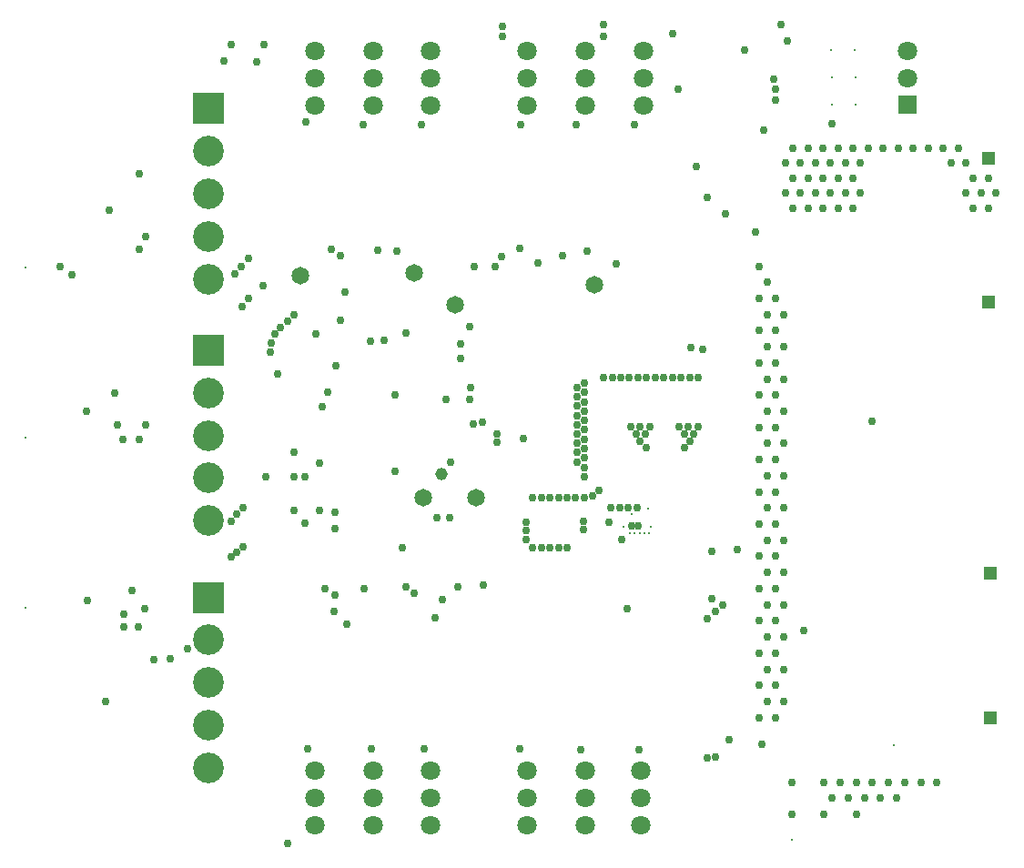
<source format=gbs>
G04*
G04 #@! TF.GenerationSoftware,Altium Limited,Altium Designer,24.1.2 (44)*
G04*
G04 Layer_Color=16711935*
%FSLAX25Y25*%
%MOIN*%
G70*
G04*
G04 #@! TF.SameCoordinates,2D7E79AC-0914-4B2E-807A-CDA8686B17FA*
G04*
G04*
G04 #@! TF.FilePolarity,Negative*
G04*
G01*
G75*
%ADD60C,0.07087*%
%ADD61C,0.11221*%
%ADD62R,0.11221X0.11221*%
%ADD63R,0.04528X0.04528*%
%ADD64R,0.07087X0.07087*%
%ADD66C,0.02953*%
%ADD67C,0.06496*%
%ADD68C,0.04528*%
G04:AMPARAMS|DCode=113|XSize=5.91mil|YSize=5.91mil|CornerRadius=0mil|HoleSize=0mil|Usage=FLASHONLY|Rotation=112.000|XOffset=0mil|YOffset=0mil|HoleType=Round|Shape=RoundedRectangle|*
%AMROUNDEDRECTD113*
21,1,0.00591,0.00591,0,0,112.0*
21,1,0.00591,0.00591,0,0,112.0*
1,1,0.00000,0.00163,0.00384*
1,1,0.00000,0.00384,-0.00163*
1,1,0.00000,-0.00163,-0.00384*
1,1,0.00000,-0.00384,0.00163*
%
%ADD113ROUNDEDRECTD113*%
G04:AMPARAMS|DCode=114|XSize=5.91mil|YSize=5.91mil|CornerRadius=0mil|HoleSize=0mil|Usage=FLASHONLY|Rotation=135.000|XOffset=0mil|YOffset=0mil|HoleType=Round|Shape=RoundedRectangle|*
%AMROUNDEDRECTD114*
21,1,0.00591,0.00591,0,0,135.0*
21,1,0.00591,0.00591,0,0,135.0*
1,1,0.00000,0.00000,0.00418*
1,1,0.00000,0.00418,0.00000*
1,1,0.00000,0.00000,-0.00418*
1,1,0.00000,-0.00418,0.00000*
%
%ADD114ROUNDEDRECTD114*%
G04:AMPARAMS|DCode=115|XSize=5.91mil|YSize=5.91mil|CornerRadius=0mil|HoleSize=0mil|Usage=FLASHONLY|Rotation=225.000|XOffset=0mil|YOffset=0mil|HoleType=Round|Shape=RoundedRectangle|*
%AMROUNDEDRECTD115*
21,1,0.00591,0.00591,0,0,225.0*
21,1,0.00591,0.00591,0,0,225.0*
1,1,0.00000,-0.00418,0.00000*
1,1,0.00000,0.00000,0.00418*
1,1,0.00000,0.00418,0.00000*
1,1,0.00000,0.00000,-0.00418*
%
%ADD115ROUNDEDRECTD115*%
G04:AMPARAMS|DCode=116|XSize=5.91mil|YSize=5.91mil|CornerRadius=0mil|HoleSize=0mil|Usage=FLASHONLY|Rotation=0.000|XOffset=0mil|YOffset=0mil|HoleType=Round|Shape=RoundedRectangle|*
%AMROUNDEDRECTD116*
21,1,0.00591,0.00591,0,0,0.0*
21,1,0.00591,0.00591,0,0,0.0*
1,1,0.00000,0.00295,-0.00295*
1,1,0.00000,-0.00295,-0.00295*
1,1,0.00000,-0.00295,0.00295*
1,1,0.00000,0.00295,0.00295*
%
%ADD116ROUNDEDRECTD116*%
G04:AMPARAMS|DCode=117|XSize=4.72mil|YSize=4.72mil|CornerRadius=0mil|HoleSize=0mil|Usage=FLASHONLY|Rotation=270.000|XOffset=0mil|YOffset=0mil|HoleType=Round|Shape=Octagon|*
%AMOCTAGOND117*
4,1,8,-0.00118,-0.00236,0.00118,-0.00236,0.00236,-0.00118,0.00236,0.00118,0.00118,0.00236,-0.00118,0.00236,-0.00236,0.00118,-0.00236,-0.00118,-0.00118,-0.00236,0.0*
%
%ADD117OCTAGOND117*%

G04:AMPARAMS|DCode=118|XSize=4.72mil|YSize=4.72mil|CornerRadius=0mil|HoleSize=0mil|Usage=FLASHONLY|Rotation=0.000|XOffset=0mil|YOffset=0mil|HoleType=Round|Shape=Octagon|*
%AMOCTAGOND118*
4,1,8,0.00236,-0.00118,0.00236,0.00118,0.00118,0.00236,-0.00118,0.00236,-0.00236,0.00118,-0.00236,-0.00118,-0.00118,-0.00236,0.00118,-0.00236,0.00236,-0.00118,0.0*
%
%ADD118OCTAGOND118*%

%ADD119C,0.00472*%
%ADD120R,0.00591X0.00591*%
D60*
X-67324Y-74910D02*
D03*
Y-64909D02*
D03*
Y-54909D02*
D03*
X-46102Y-338713D02*
D03*
Y-328713D02*
D03*
Y-318713D02*
D03*
X-145120Y-54909D02*
D03*
Y-64909D02*
D03*
Y-74910D02*
D03*
X-67324Y-338713D02*
D03*
Y-328713D02*
D03*
Y-318713D02*
D03*
X-102679D02*
D03*
Y-328713D02*
D03*
Y-338713D02*
D03*
X-123899D02*
D03*
Y-328713D02*
D03*
Y-318713D02*
D03*
X-145120Y-338713D02*
D03*
Y-328713D02*
D03*
Y-318713D02*
D03*
X-123899Y-74910D02*
D03*
Y-64909D02*
D03*
Y-54909D02*
D03*
X-102679Y-74910D02*
D03*
Y-64909D02*
D03*
Y-54909D02*
D03*
X-24884D02*
D03*
Y-64909D02*
D03*
Y-74910D02*
D03*
X-25811Y-338713D02*
D03*
Y-328713D02*
D03*
Y-318713D02*
D03*
X-46104Y-54909D02*
D03*
Y-64909D02*
D03*
Y-74910D02*
D03*
X72047Y-55098D02*
D03*
Y-64940D02*
D03*
D61*
X-184055Y-138504D02*
D03*
Y-122913D02*
D03*
Y-107323D02*
D03*
Y-91732D02*
D03*
Y-317559D02*
D03*
Y-301969D02*
D03*
Y-286378D02*
D03*
Y-270787D02*
D03*
Y-180256D02*
D03*
Y-195846D02*
D03*
Y-211437D02*
D03*
Y-227028D02*
D03*
D62*
Y-76142D02*
D03*
Y-255197D02*
D03*
Y-164665D02*
D03*
D63*
X102165Y-246457D02*
D03*
Y-299213D02*
D03*
X101496Y-94213D02*
D03*
Y-146968D02*
D03*
D64*
X72047Y-74783D02*
D03*
D66*
X12205Y-54724D02*
D03*
X25591Y-45276D02*
D03*
X27953Y-51181D02*
D03*
X-1350Y-263161D02*
D03*
X1575Y-260236D02*
D03*
X4331Y-257874D02*
D03*
X394Y-255512D02*
D03*
X18464Y-308842D02*
D03*
X59055Y-190551D02*
D03*
X33858Y-267323D02*
D03*
X6693Y-307480D02*
D03*
X9449Y-237795D02*
D03*
X-238583Y-133858D02*
D03*
X-234252Y-137008D02*
D03*
X-221654Y-293307D02*
D03*
X-198031Y-277559D02*
D03*
X-191732Y-274016D02*
D03*
X-155118Y-345276D02*
D03*
X-9843Y-200394D02*
D03*
X-23622D02*
D03*
X-7874Y-198031D02*
D03*
X-25984D02*
D03*
X-76378Y-46063D02*
D03*
X-30709Y-259449D02*
D03*
X-1518Y-313835D02*
D03*
X1575Y-313779D02*
D03*
X82677Y-322835D02*
D03*
X76771D02*
D03*
X70866D02*
D03*
X64960D02*
D03*
X67913Y-328740D02*
D03*
X59055Y-322835D02*
D03*
X62008Y-328740D02*
D03*
X53149Y-322835D02*
D03*
X56102Y-328740D02*
D03*
X53149Y-334646D02*
D03*
X47244Y-322835D02*
D03*
X50197Y-328740D02*
D03*
X41339Y-322835D02*
D03*
X44291Y-328740D02*
D03*
X41339Y-334646D02*
D03*
X29527Y-322835D02*
D03*
Y-334646D02*
D03*
X101575Y-101575D02*
D03*
X104331Y-107087D02*
D03*
X101575Y-112599D02*
D03*
X96063Y-101575D02*
D03*
X98819Y-107087D02*
D03*
X96063Y-112599D02*
D03*
X90551Y-90551D02*
D03*
X93307Y-96063D02*
D03*
Y-107087D02*
D03*
X85039Y-90551D02*
D03*
X87795Y-96063D02*
D03*
X79527Y-90551D02*
D03*
X74016D02*
D03*
X68504D02*
D03*
X62992D02*
D03*
X57480D02*
D03*
X51968D02*
D03*
X54724Y-96063D02*
D03*
X51968Y-101575D02*
D03*
X54724Y-107087D02*
D03*
X51968Y-112599D02*
D03*
X46457Y-90551D02*
D03*
X49213Y-96063D02*
D03*
X46457Y-101575D02*
D03*
X49213Y-107087D02*
D03*
X46457Y-112599D02*
D03*
X40945Y-90551D02*
D03*
X43701Y-96063D02*
D03*
X40945Y-101575D02*
D03*
X43701Y-107087D02*
D03*
X40945Y-112599D02*
D03*
X35433Y-90551D02*
D03*
X38189Y-96063D02*
D03*
X35433Y-101575D02*
D03*
X38189Y-107087D02*
D03*
X35433Y-112599D02*
D03*
X29921Y-90551D02*
D03*
X32677Y-96063D02*
D03*
X29921Y-101575D02*
D03*
X32677Y-107087D02*
D03*
X29921Y-112599D02*
D03*
X27165Y-96063D02*
D03*
Y-107087D02*
D03*
X-88583Y-155905D02*
D03*
X-86614Y-133858D02*
D03*
X-114961Y-128347D02*
D03*
X-76772Y-130315D02*
D03*
X-79134Y-133949D02*
D03*
X-3150Y-164173D02*
D03*
X-7480Y-163779D02*
D03*
X-63386Y-132677D02*
D03*
X-54331Y-129921D02*
D03*
X-34646Y-133071D02*
D03*
X-45276Y-128347D02*
D03*
X-138976Y-127559D02*
D03*
X-135827Y-129921D02*
D03*
X-155174Y-153881D02*
D03*
X-161200Y-162028D02*
D03*
X-159898Y-158606D02*
D03*
X-152812Y-151519D02*
D03*
X-157733Y-156440D02*
D03*
X-122047Y-127953D02*
D03*
X22835Y-65354D02*
D03*
X23622Y-68898D02*
D03*
X16142Y-121260D02*
D03*
X19291Y-83858D02*
D03*
X-1575Y-108661D02*
D03*
X-5512Y-97244D02*
D03*
X-12205Y-68898D02*
D03*
X-218504Y-180315D02*
D03*
X-217323Y-192126D02*
D03*
X-207087D02*
D03*
X-162992Y-211024D02*
D03*
X-220472Y-113386D02*
D03*
X-209449Y-100000D02*
D03*
X-166535Y-59055D02*
D03*
X-163779Y-52756D02*
D03*
X-175591D02*
D03*
X-158661Y-173228D02*
D03*
X-137795Y-223909D02*
D03*
X-69685Y-81890D02*
D03*
X5118Y-114567D02*
D03*
X-39370Y-174803D02*
D03*
X-46457Y-200669D02*
D03*
X-49213Y-181680D02*
D03*
Y-185092D02*
D03*
X-46457Y-197244D02*
D03*
X-49213Y-188504D02*
D03*
X-46457Y-193819D02*
D03*
X-49213Y-191916D02*
D03*
X-46457Y-190394D02*
D03*
Y-186969D02*
D03*
X-49213Y-178268D02*
D03*
Y-205564D02*
D03*
X-46457Y-183543D02*
D03*
Y-204095D02*
D03*
X-49213Y-202152D02*
D03*
X-46457Y-180118D02*
D03*
Y-207520D02*
D03*
X-49213Y-198740D02*
D03*
X-46457Y-176693D02*
D03*
Y-210945D02*
D03*
X-49213Y-195328D02*
D03*
X-70079Y-127165D02*
D03*
X-171653Y-148819D02*
D03*
X-174409Y-136614D02*
D03*
X-178347Y-58661D02*
D03*
X-169455Y-130939D02*
D03*
X-172047Y-133858D02*
D03*
X-164173Y-140945D02*
D03*
X-169291Y-145669D02*
D03*
X-161417Y-165354D02*
D03*
X-207268Y-259449D02*
D03*
X-76378Y-49606D02*
D03*
X-39370D02*
D03*
Y-45276D02*
D03*
X-203937Y-277953D02*
D03*
X-137402Y-170472D02*
D03*
X-140339Y-179921D02*
D03*
X-142339Y-185433D02*
D03*
X-152756Y-201969D02*
D03*
X-209661Y-266142D02*
D03*
X-214961Y-261417D02*
D03*
X-212205Y-252756D02*
D03*
X-214961Y-266142D02*
D03*
X-215354Y-197244D02*
D03*
X-209449D02*
D03*
Y-127559D02*
D03*
X-207087Y-122835D02*
D03*
X-144882Y-158661D02*
D03*
X-171260Y-222441D02*
D03*
X-173622Y-224803D02*
D03*
X-175803Y-227165D02*
D03*
X-171260Y-236614D02*
D03*
X-173622Y-238583D02*
D03*
X-175844Y-240387D02*
D03*
X-148819Y-211024D02*
D03*
X-152756D02*
D03*
X-148819Y-227953D02*
D03*
X-143307Y-223335D02*
D03*
X-124409Y-310630D02*
D03*
X-152756Y-223335D02*
D03*
X-228740Y-187008D02*
D03*
X-228346Y-256299D02*
D03*
X44094Y-81496D02*
D03*
X23622Y-145669D02*
D03*
X26575Y-151575D02*
D03*
X23622Y-157480D02*
D03*
X26575Y-163386D02*
D03*
X23622Y-169291D02*
D03*
X26575Y-175197D02*
D03*
X23622Y-181102D02*
D03*
X26575Y-187008D02*
D03*
X23622Y-192913D02*
D03*
X26575Y-198819D02*
D03*
X23622Y-204725D02*
D03*
X26575Y-210630D02*
D03*
X23622Y-216535D02*
D03*
X26575Y-222441D02*
D03*
X23622Y-228346D02*
D03*
X26575Y-234252D02*
D03*
X23622Y-240158D02*
D03*
X26575Y-246063D02*
D03*
X23622Y-251969D02*
D03*
X26575Y-257874D02*
D03*
X23622Y-263780D02*
D03*
X26575Y-269685D02*
D03*
X23622Y-275591D02*
D03*
X26575Y-281496D02*
D03*
X23622Y-287402D02*
D03*
X26575Y-293307D02*
D03*
X23622Y-299213D02*
D03*
X17716Y-133858D02*
D03*
X20669Y-139764D02*
D03*
X17716Y-145669D02*
D03*
X20669Y-151575D02*
D03*
X17716Y-157480D02*
D03*
X20669Y-163386D02*
D03*
X17716Y-169291D02*
D03*
X20669Y-175197D02*
D03*
X17716Y-181102D02*
D03*
X20669Y-187008D02*
D03*
X17716Y-192913D02*
D03*
X20669Y-198819D02*
D03*
X17716Y-204725D02*
D03*
X20669Y-210630D02*
D03*
X17716Y-216535D02*
D03*
X20669Y-222441D02*
D03*
X17716Y-228346D02*
D03*
X20669Y-234252D02*
D03*
X17716Y-240158D02*
D03*
X20669Y-246063D02*
D03*
X17716Y-251969D02*
D03*
X20669Y-257874D02*
D03*
X17716Y-263780D02*
D03*
X20669Y-269685D02*
D03*
X17716Y-275591D02*
D03*
X20669Y-281496D02*
D03*
X17716Y-287402D02*
D03*
X20669Y-293307D02*
D03*
X17716Y-299213D02*
D03*
X-32810Y-234081D02*
D03*
X-137795Y-230134D02*
D03*
X-100394Y-226091D02*
D03*
X-95669D02*
D03*
X-143307Y-205906D02*
D03*
X-95276Y-205512D02*
D03*
X-6299Y-195276D02*
D03*
X-9843D02*
D03*
X-24016D02*
D03*
X-27559D02*
D03*
X-4724Y-192520D02*
D03*
X-8268D02*
D03*
X-11811D02*
D03*
X-22441D02*
D03*
X-25984D02*
D03*
X-29528D02*
D03*
X-40945Y-216142D02*
D03*
X-11024Y-174803D02*
D03*
X-29921D02*
D03*
X-33071D02*
D03*
X-26772D02*
D03*
X-36220D02*
D03*
X-23622D02*
D03*
X-7874D02*
D03*
X-14173D02*
D03*
X-17323D02*
D03*
X-20472D02*
D03*
X-4724D02*
D03*
X-30315Y-222441D02*
D03*
X-33465D02*
D03*
X-36614D02*
D03*
X-59055Y-218504D02*
D03*
X-62205D02*
D03*
X-65354D02*
D03*
X-43307Y-218110D02*
D03*
X-49606Y-218504D02*
D03*
X-46457D02*
D03*
X-55905D02*
D03*
X-52756D02*
D03*
X-27165Y-222441D02*
D03*
X-83465Y-250787D02*
D03*
X-135827Y-153543D02*
D03*
X-111811Y-158268D02*
D03*
X-134252Y-143307D02*
D03*
X394Y-238189D02*
D03*
X-111811Y-251181D02*
D03*
X-92913D02*
D03*
X-108661Y-253543D02*
D03*
X-127165Y-251969D02*
D03*
X-141339D02*
D03*
X-137795Y-254331D02*
D03*
X-115748Y-209055D02*
D03*
X-124803Y-161205D02*
D03*
X-88189Y-178347D02*
D03*
X-97244Y-182677D02*
D03*
X-88583D02*
D03*
X-87063Y-191788D02*
D03*
X-101181Y-262598D02*
D03*
X-98425Y-255906D02*
D03*
X-47638Y-311024D02*
D03*
X-26378D02*
D03*
X-70079Y-310630D02*
D03*
X-133465Y-264970D02*
D03*
X-138189Y-260268D02*
D03*
X-127375Y-82052D02*
D03*
X-113146Y-236968D02*
D03*
X-83858Y-190945D02*
D03*
X-67716Y-227559D02*
D03*
Y-233858D02*
D03*
X-78347Y-198425D02*
D03*
X-91725Y-167770D02*
D03*
X-91732Y-162205D02*
D03*
X-78347Y-195276D02*
D03*
X-115748Y-181102D02*
D03*
X-119685Y-161081D02*
D03*
X-147638Y-310630D02*
D03*
X-105118D02*
D03*
X-65354Y-237008D02*
D03*
X-148374Y-81011D02*
D03*
X-105946Y-82064D02*
D03*
X-49370D02*
D03*
X-28156Y-82058D02*
D03*
X-14173Y-48819D02*
D03*
X-55905Y-237008D02*
D03*
X-59055D02*
D03*
X-67716Y-230709D02*
D03*
X-62205Y-237008D02*
D03*
X-52756D02*
D03*
X-46850Y-230315D02*
D03*
Y-227165D02*
D03*
X-37402Y-227559D02*
D03*
X-26772Y-229134D02*
D03*
X-29134D02*
D03*
X-68898Y-196850D02*
D03*
X23622Y-72835D02*
D03*
D67*
X-93701Y-148031D02*
D03*
X-108661Y-136221D02*
D03*
X-42913Y-140551D02*
D03*
X-150394Y-137402D02*
D03*
X-86221Y-218504D02*
D03*
X-105512D02*
D03*
D68*
X-98819Y-209842D02*
D03*
D113*
X29699Y-343851D02*
D03*
D114*
X-251067Y-196809D02*
D03*
Y-134193D02*
D03*
D115*
X-251055Y-259102D02*
D03*
D116*
X66927Y-309183D02*
D03*
D117*
X-29232Y-224567D02*
D03*
X-32146Y-229173D02*
D03*
X-22106D02*
D03*
X-23189Y-222795D02*
D03*
D118*
X-22697Y-231752D02*
D03*
X-24468D02*
D03*
X-26240D02*
D03*
X-28012D02*
D03*
X-29783D02*
D03*
D119*
X-31555D02*
D03*
D120*
X44094Y-64695D02*
D03*
X52756D02*
D03*
X52559Y-54685D02*
D03*
X43898D02*
D03*
X52756Y-74705D02*
D03*
X44094D02*
D03*
M02*

</source>
